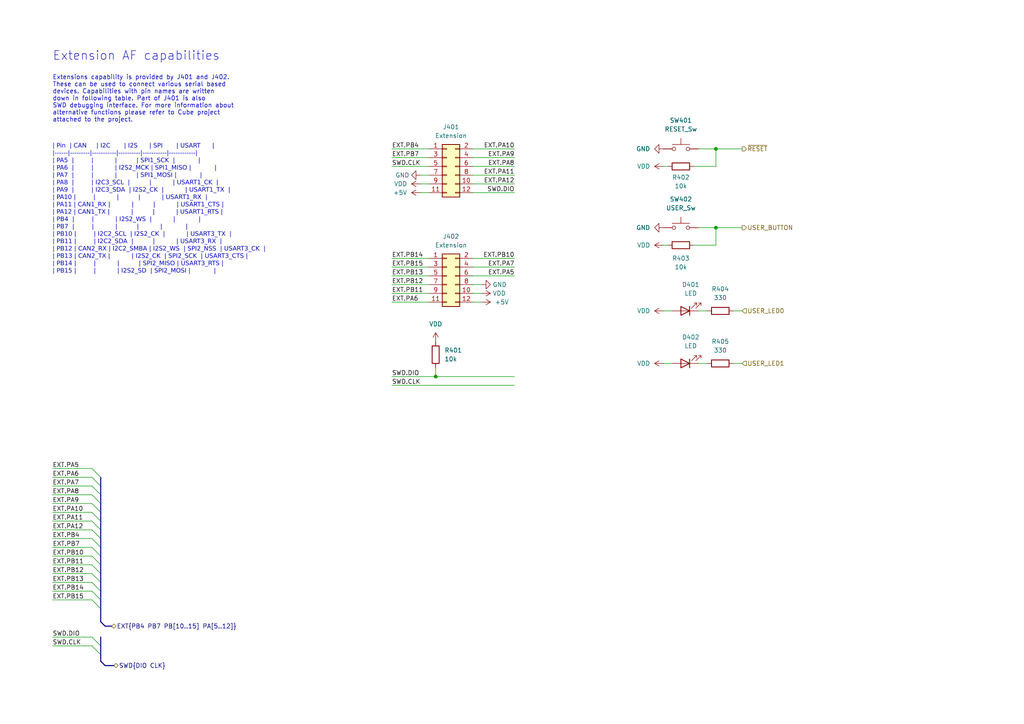
<source format=kicad_sch>
(kicad_sch (version 20231120) (generator "eeschema") (generator_version "8.0")
  (paper "A4")
  (title_block (title "STLinux") (date "2024-08-10") (rev "1.1"))
  (lib_symbols
    (symbol "Connector_Generic:Conn_02x06_Odd_Even" (pin_names (offset 1.016) hide)
      (property "Reference" "J" (at 1.27 7.62 0))
      (property "Value" "Conn_02x06_Odd_Even" (at 1.27 -10.16 0))
      (symbol "Conn_02x06_Odd_Even_1_1"
        (rectangle (start -1.27 -7.493) (end 0 -7.747) (stroke (width 0.1524)))
        (rectangle (start -1.27 -4.953) (end 0 -5.207) (stroke (width 0.1524)))
        (rectangle (start -1.27 -2.413) (end 0 -2.667) (stroke (width 0.1524)))
        (rectangle (start -1.27 0.127) (end 0 -0.127) (stroke (width 0.1524)))
        (rectangle (start -1.27 2.667) (end 0 2.413) (stroke (width 0.1524)))
        (rectangle (start -1.27 5.207) (end 0 4.953) (stroke (width 0.1524)))
        (rectangle (start -1.27 6.35) (end 3.81 -8.89) (stroke (width 0.254)) (fill (type background)))
        (rectangle (start 3.81 -7.493) (end 2.54 -7.747) (stroke (width 0.1524)))
        (rectangle (start 3.81 -4.953) (end 2.54 -5.207) (stroke (width 0.1524)))
        (rectangle (start 3.81 -2.413) (end 2.54 -2.667) (stroke (width 0.1524)))
        (rectangle (start 3.81 0.127) (end 2.54 -0.127) (stroke (width 0.1524)))
        (rectangle (start 3.81 2.667) (end 2.54 2.413) (stroke (width 0.1524)))
        (rectangle (start 3.81 5.207) (end 2.54 4.953) (stroke (width 0.1524)))
        (pin passive line (at -5.08 5.08 0) (length 3.81) (name "Pin_1") (number "1"))
        (pin passive line (at 7.62 -5.08 180) (length 3.81) (name "Pin_10") (number "10"))
        (pin passive line (at -5.08 -7.62 0) (length 3.81) (name "Pin_11") (number "11"))
        (pin passive line (at 7.62 -7.62 180) (length 3.81) (name "Pin_12") (number "12"))
        (pin passive line (at 7.62 5.08 180) (length 3.81) (name "Pin_2") (number "2"))
        (pin passive line (at -5.08 2.54 0) (length 3.81) (name "Pin_3") (number "3"))
        (pin passive line (at 7.62 2.54 180) (length 3.81) (name "Pin_4") (number "4"))
        (pin passive line (at -5.08 0 0) (length 3.81) (name "Pin_5") (number "5"))
        (pin passive line (at 7.62 0 180) (length 3.81) (name "Pin_6") (number "6"))
        (pin passive line (at -5.08 -2.54 0) (length 3.81) (name "Pin_7") (number "7"))
        (pin passive line (at 7.62 -2.54 180) (length 3.81) (name "Pin_8") (number "8"))
        (pin passive line (at -5.08 -5.08 0) (length 3.81) (name "Pin_9") (number "9"))
      )
    )
    (symbol "Device:LED" (pin_numbers hide) (pin_names (offset 1.016) hide)
      (property "Reference" "D" (at 0 2.54 0))
      (property "Value" "LED" (at 0 -2.54 0))
      (symbol "LED_0_1"
        (polyline (pts (xy -1.27 -1.27) (xy -1.27 1.27)) (stroke (width 0.254)))
        (polyline (pts (xy -1.27 0) (xy 1.27 0)))
        (polyline (pts (xy 1.27 -1.27) (xy 1.27 1.27) (xy -1.27 0) (xy 1.27 -1.27)) (stroke (width 0.254)))
        (polyline (pts (xy -3.048 -0.762) (xy -4.572 -2.286) (xy -3.81 -2.286) (xy -4.572 -2.286) (xy -4.572 -1.524)))
        (polyline (pts (xy -1.778 -0.762) (xy -3.302 -2.286) (xy -2.54 -2.286) (xy -3.302 -2.286) (xy -3.302 -1.524)))
      )
      (symbol "LED_1_1"
        (pin passive line (at -3.81 0 0) (length 2.54) (name "K") (number "1"))
        (pin passive line (at 3.81 0 180) (length 2.54) (name "A") (number "2"))
      )
    )
    (symbol "Device:R" (pin_numbers hide) (pin_names (offset 0))
      (property "Reference" "R" (at 2.032 0 90))
      (property "Value" "R" (at 0 0 90))
      (symbol "R_0_1"
        (rectangle (start -1.016 -2.54) (end 1.016 2.54) (stroke (width 0.254)))
      )
      (symbol "R_1_1"
        (pin passive line (at 0 3.81 270) (length 1.27) (name "~") (number "1"))
        (pin passive line (at 0 -3.81 90) (length 1.27) (name "~") (number "2"))
      )
    )
    (symbol "Switch:SW_Push" (pin_numbers hide) (pin_names (offset 1.016) hide)
      (property "Reference" "SW" (at 1.27 2.54 0))
      (property "Value" "SW_Push" (at 0 -1.524 0))
      (symbol "SW_Push_0_1"
        (circle (center -2.032 0) (radius 0.508))
        (polyline (pts (xy 0 1.27) (xy 0 3.048)))
        (polyline (pts (xy 2.54 1.27) (xy -2.54 1.27)))
        (circle (center 2.032 0) (radius 0.508))
        (pin passive line (at -5.08 0 0) (length 2.54) (name "1") (number "1"))
        (pin passive line (at 5.08 0 180) (length 2.54) (name "2") (number "2"))
      )
    )
    (symbol "power:+5V" (power) (pin_names (offset 0))
      (property "Value" "+5V" (at 0 3.556 0))
      (symbol "+5V_0_1"
        (polyline (pts (xy -0.762 1.27) (xy 0 2.54)))
        (polyline (pts (xy 0 0) (xy 0 2.54)))
        (polyline (pts (xy 0 2.54) (xy 0.762 1.27)))
      )
      (symbol "+5V_1_1"
        (pin power_in line (at 0 0 90) (length 0) hide (name "+5V") (number "1"))
      )
    )
    (symbol "power:GND" (power) (pin_names (offset 0))
      (property "Value" "GND" (at 0 -3.81 0))
      (symbol "GND_0_1"
        (polyline (pts (xy 0 0) (xy 0 -1.27) (xy 1.27 -1.27) (xy 0 -2.54) (xy -1.27 -1.27) (xy 0 -1.27)))
      )
      (symbol "GND_1_1"
        (pin power_in line (at 0 0 270) (length 0) hide (name "GND") (number "1"))
      )
    )
    (symbol "power:VDD" (power) (pin_names (offset 0))
      (property "Value" "VDD" (at 0 3.81 0))
      (symbol "VDD_0_1"
        (polyline (pts (xy -0.762 1.27) (xy 0 2.54)))
        (polyline (pts (xy 0 0) (xy 0 2.54)))
        (polyline (pts (xy 0 2.54) (xy 0.762 1.27)))
      )
      (symbol "VDD_1_1"
        (pin power_in line (at 0 0 90) (length 0) hide (name "VDD") (number "1"))
      )
    )
  )
  (junction (at 207.645 66.04))
  (junction (at 126.365 109.22))
  (junction (at 207.645 43.18))
  (bus_entry (at 26.67 140.97) (size 2.54 2.54))
  (bus_entry (at 26.67 135.89) (size 2.54 2.54))
  (bus_entry (at 26.67 187.325) (size 2.54 2.54))
  (bus_entry (at 26.67 146.05) (size 2.54 2.54))
  (bus_entry (at 29.21 161.29) (size -2.54 -2.54))
  (bus_entry (at 26.67 166.37) (size 2.54 2.54))
  (bus_entry (at 26.67 153.67) (size 2.54 2.54))
  (bus_entry (at 26.67 151.13) (size 2.54 2.54))
  (bus_entry (at 26.67 161.29) (size 2.54 2.54))
  (bus_entry (at 26.67 171.45) (size 2.54 2.54))
  (bus_entry (at 26.67 138.43) (size 2.54 2.54))
  (bus_entry (at 26.67 173.99) (size 2.54 2.54))
  (bus_entry (at 26.67 163.83) (size 2.54 2.54))
  (bus_entry (at 26.67 148.59) (size 2.54 2.54))
  (bus_entry (at 26.67 184.785) (size 2.54 2.54))
  (bus_entry (at 29.21 146.05) (size -2.54 -2.54))
  (bus_entry (at 26.67 168.91) (size 2.54 2.54))
  (bus_entry (at 29.21 158.75) (size -2.54 -2.54))
  (bus (pts (xy 29.21 168.91) (xy 29.21 171.45)))
  (bus (pts (xy 29.21 191.77) (xy 30.48 193.04)))
  (wire (pts (xy 212.725 90.17) (xy 215.265 90.17)))
  (bus (pts (xy 29.21 163.83) (xy 29.21 166.37)))
  (wire (pts (xy 113.665 87.63) (xy 124.46 87.63)))
  (bus (pts (xy 29.21 158.75) (xy 29.21 161.29)))
  (wire (pts (xy 192.405 71.12) (xy 193.675 71.12)))
  (wire (pts (xy 113.665 82.55) (xy 124.46 82.55)))
  (wire (pts (xy 202.565 90.17) (xy 205.105 90.17)))
  (wire (pts (xy 137.16 55.88) (xy 149.225 55.88)))
  (wire (pts (xy 126.365 109.22) (xy 149.225 109.22)))
  (wire (pts (xy 15.24 161.29) (xy 26.67 161.29)))
  (bus (pts (xy 30.48 181.61) (xy 32.385 181.61)))
  (wire (pts (xy 202.565 43.18) (xy 207.645 43.18)))
  (bus (pts (xy 29.21 153.67) (xy 29.21 156.21)))
  (wire (pts (xy 121.92 53.34) (xy 124.46 53.34)))
  (wire (pts (xy 113.665 85.09) (xy 124.46 85.09)))
  (wire (pts (xy 15.24 173.99) (xy 26.67 173.99)))
  (wire (pts (xy 202.565 105.41) (xy 205.105 105.41)))
  (wire (pts (xy 121.92 55.88) (xy 124.46 55.88)))
  (wire (pts (xy 121.92 50.8) (xy 124.46 50.8)))
  (wire (pts (xy 137.16 50.8) (xy 149.225 50.8)))
  (wire (pts (xy 15.24 184.785) (xy 26.67 184.785)))
  (bus (pts (xy 29.21 156.21) (xy 29.21 158.75)))
  (wire (pts (xy 137.16 85.09) (xy 139.7 85.09)))
  (wire (pts (xy 137.16 43.18) (xy 149.225 43.18)))
  (wire (pts (xy 113.665 111.76) (xy 149.225 111.76)))
  (wire (pts (xy 192.405 48.26) (xy 193.675 48.26)))
  (wire (pts (xy 15.24 171.45) (xy 26.67 171.45)))
  (wire (pts (xy 201.295 71.12) (xy 207.645 71.12)))
  (wire (pts (xy 126.365 106.68) (xy 126.365 109.22)))
  (wire (pts (xy 192.405 105.41) (xy 194.945 105.41)))
  (wire (pts (xy 15.24 148.59) (xy 26.67 148.59)))
  (bus (pts (xy 29.21 171.45) (xy 29.21 173.99)))
  (bus (pts (xy 29.21 146.05) (xy 29.21 148.59)))
  (bus (pts (xy 29.21 148.59) (xy 29.21 151.13)))
  (bus (pts (xy 29.21 140.97) (xy 29.21 143.51)))
  (wire (pts (xy 113.665 77.47) (xy 124.46 77.47)))
  (wire (pts (xy 15.24 135.89) (xy 26.67 135.89)))
  (wire (pts (xy 15.24 151.13) (xy 26.67 151.13)))
  (wire (pts (xy 15.24 143.51) (xy 26.67 143.51)))
  (bus (pts (xy 29.21 143.51) (xy 29.21 146.05)))
  (wire (pts (xy 113.665 45.72) (xy 124.46 45.72)))
  (wire (pts (xy 15.24 138.43) (xy 26.67 138.43)))
  (wire (pts (xy 113.665 80.01) (xy 124.46 80.01)))
  (wire (pts (xy 15.24 158.75) (xy 26.67 158.75)))
  (wire (pts (xy 137.16 48.26) (xy 149.225 48.26)))
  (wire (pts (xy 137.16 74.93) (xy 149.225 74.93)))
  (bus (pts (xy 29.21 151.13) (xy 29.21 153.67)))
  (bus (pts (xy 29.21 138.43) (xy 29.21 140.97)))
  (wire (pts (xy 113.665 48.26) (xy 124.46 48.26)))
  (wire (pts (xy 212.725 105.41) (xy 215.265 105.41)))
  (wire (pts (xy 137.16 45.72) (xy 149.225 45.72)))
  (bus (pts (xy 29.21 184.785) (xy 29.21 187.325)))
  (wire (pts (xy 15.24 187.325) (xy 26.67 187.325)))
  (wire (pts (xy 137.16 53.34) (xy 149.225 53.34)))
  (wire (pts (xy 192.405 90.17) (xy 194.945 90.17)))
  (bus (pts (xy 29.21 176.53) (xy 29.21 180.34)))
  (wire (pts (xy 137.16 82.55) (xy 139.7 82.55)))
  (wire (pts (xy 207.645 43.18) (xy 215.265 43.18)))
  (bus (pts (xy 30.48 193.04) (xy 33.02 193.04)))
  (wire (pts (xy 15.24 153.67) (xy 26.67 153.67)))
  (wire (pts (xy 15.24 146.05) (xy 26.67 146.05)))
  (wire (pts (xy 15.24 140.97) (xy 26.67 140.97)))
  (wire (pts (xy 113.665 109.22) (xy 126.365 109.22)))
  (bus (pts (xy 29.21 166.37) (xy 29.21 168.91)))
  (wire (pts (xy 207.645 66.04) (xy 215.265 66.04)))
  (wire (pts (xy 207.645 66.04) (xy 207.645 71.12)))
  (wire (pts (xy 207.645 43.18) (xy 207.645 48.26)))
  (wire (pts (xy 113.665 43.18) (xy 124.46 43.18)))
  (bus (pts (xy 29.21 189.865) (xy 29.21 191.77)))
  (wire (pts (xy 201.295 48.26) (xy 207.645 48.26)))
  (wire (pts (xy 137.16 80.01) (xy 149.225 80.01)))
  (wire (pts (xy 15.24 163.83) (xy 26.67 163.83)))
  (bus (pts (xy 29.21 161.29) (xy 29.21 163.83)))
  (wire (pts (xy 15.24 166.37) (xy 26.67 166.37)))
  (wire (pts (xy 202.565 66.04) (xy 207.645 66.04)))
  (wire (pts (xy 137.16 87.63) (xy 139.7 87.63)))
  (bus (pts (xy 29.21 180.34) (xy 30.48 181.61)))
  (wire (pts (xy 15.24 168.91) (xy 26.67 168.91)))
  (bus (pts (xy 29.21 187.325) (xy 29.21 189.865)))
  (bus (pts (xy 29.21 173.99) (xy 29.21 176.53)))
  (wire (pts (xy 15.24 156.21) (xy 26.67 156.21)))
  (wire (pts (xy 137.16 77.47) (xy 149.225 77.47)))
  (wire (pts (xy 113.665 74.93) (xy 124.46 74.93)))
  (text "| Pin  | CAN     | I2C       | I2S      | SPI       | USART      |\n|------|---------|-----------|----------|-----------|------------|\n| PA5  |         |           |          | SPI1_SCK  |            |\n| PA6  |         |           | I2S2_MCK | SPI1_MISO |            |\n| PA7  |         |           |          | SPI1_MOSI |            |\n| PA8  |         | I2C3_SCL  |          |           | USART1_CK  |\n| PA9  |         | I2C3_SDA  | I2S2_CK  |           | USART1_TX  |\n| PA10 |         |           |          |           | USART1_RX  |\n| PA11 | CAN1_RX |           |          |           | USART1_CTS |\n| PA12 | CAN1_TX |           |          |           | USART1_RTS |\n| PB4  |         |           | I2S2_WS  |           |            |\n| PB7  |         |           |          |           |            |\n| PB10 |         | I2C2_SCL  | I2S2_CK  |           | USART3_TX  |\n| PB11 |         | I2C2_SDA  |          |           | USART3_RX  |\n| PB12 | CAN2_RX | I2C2_SMBA | I2S2_WS  | SPI2_NSS  | USART3_CK  |\n| PB13 | CAN2_TX |           | I2S2_CK  | SPI2_SCK  | USART3_CTS |\n| PB14 |         |           |          | SPI2_MISO | USART3_RTS |\n| PB15 |         |           | I2S2_SD  | SPI2_MOSI |            |" (at 15.24 60.96 0) (effects (font (size 1.27 1.27)) (justify left)))
  (text "Extensions capability is provided by J401 and J402.\nThese can be used to connect various serial based \ndevices. Capabilities with pin names are written\ndown in following table. Part of J401 is also \nSWD debugging interface. For more information about \nalternative functions please refer to Cube project\nattached to the project." (at 15.24 35.56 0) (effects (font (size 1.27 1.27)) (justify left bottom)))
  (text "Extension AF capabilities" (at 15.24 17.78 0) (effects (font (size 2.54 2.54)) (justify left bottom)))
  (label "EXT.PA10" (at 149.225 43.18 180))
  (label "EXT.PB11" (at 113.665 85.09 0))
  (label "EXT.PA12" (at 15.24 153.67 0))
  (label "EXT.PB4" (at 15.24 156.21 0))
  (label "EXT.PA8" (at 15.24 143.51 0))
  (label "EXT.PA5" (at 149.225 80.01 180))
  (label "EXT.PB13" (at 113.665 80.01 0))
  (label "SWD.DIO" (at 15.24 184.785 0))
  (label "EXT.PA6" (at 15.24 138.43 0))
  (label "EXT.PA8" (at 149.225 48.26 180))
  (label "EXT.PB7" (at 113.665 45.72 0))
  (label "EXT.PB7" (at 15.2752 158.75 0))
  (label "EXT.PB11" (at 15.24 163.83 0))
  (label "EXT.PA11" (at 149.225 50.8 180))
  (label "SWD.DIO" (at 149.225 55.88 180))
  (label "EXT.PA7" (at 15.24 140.97 0))
  (label "EXT.PB12" (at 15.24 166.37 0))
  (label "EXT.PB15" (at 15.24 173.99 0))
  (label "EXT.PB13" (at 15.24 168.91 0))
  (label "EXT.PA5" (at 15.24 135.89 0))
  (label "SWD.CLK" (at 15.24 187.325 0))
  (label "SWD.DIO" (at 113.665 109.22 0))
  (label "EXT.PA11" (at 15.24 151.13 0))
  (label "EXT.PA7" (at 149.225 77.47 180))
  (label "EXT.PB14" (at 15.24 171.45 0))
  (label "EXT.PA9" (at 15.24 146.05 0))
  (label "EXT.PB14" (at 113.665 74.93 0))
  (label "EXT.PB10" (at 149.225 74.93 180))
  (label "EXT.PB4" (at 113.665 43.18 0))
  (label "SWD.CLK" (at 113.665 48.26 0))
  (label "EXT.PA9" (at 149.225 45.72 180))
  (label "SWD.CLK" (at 113.665 111.76 0))
  (label "EXT.PB12" (at 113.665 82.55 0))
  (label "EXT.PA12" (at 149.225 53.34 180))
  (label "EXT.PB10" (at 15.24 161.29 0))
  (label "EXT.PA6" (at 113.665 87.63 0))
  (label "EXT.PA10" (at 15.24 148.59 0))
  (label "EXT.PB15" (at 113.665 77.47 0))
  (hierarchical_label "USER_LED1" (shape input) (at 215.265 105.41 0))
  (hierarchical_label "USER_BUTTON" (shape output) (at 215.265 66.04 0))
  (hierarchical_label "EXT{PB4 PB7 PB[10..15] PA[5..12]}" (shape bidirectional) (at 32.385 181.61 0))
  (hierarchical_label "SWD{DIO CLK}" (shape bidirectional) (at 33.02 193.04 0))
  (hierarchical_label "USER_LED0" (shape input) (at 215.265 90.17 0))
  (hierarchical_label "~{RESET}" (shape output) (at 215.265 43.18 0))
  (symbol (lib_id "Switch:SW_Push") (at 197.485 43.18 0) (unit 1)
    (property "Reference" "SW401" (at 197.485 34.925 0))
    (property "Value" "RESET_Sw" (at 197.485 37.465 0))
    (property "Footprint" "Button_Switch_SMD:SW_Push_1P1T_NO_6x6mm_H9.5mm" (effects (hide yes)))
  )
  (symbol (lib_id "power:VDD") (at 192.405 90.17 90) (unit 1)
    (property "Reference" "#PWR0412" (effects (hide yes)))
    (property "Value" "VDD" (at 188.595 90.1699 90) (effects (justify left)))
  )
  (symbol (lib_id "Connector_Generic:Conn_02x06_Odd_Even") (at 129.54 48.26 0) (unit 1)
    (property "Reference" "J401" (at 130.81 36.83 0))
    (property "Value" "Extension" (at 130.81 39.37 0))
    (property "Footprint" "Connector_PinSocket_2.54mm:PinSocket_2x06_P2.54mm_Vertical_SMD" (effects (hide yes)))
  )
  (symbol (lib_id "power:VDD") (at 126.365 99.06 0) (unit 1)
    (property "Reference" "#PWR0401" (effects (hide yes)))
    (property "Value" "VDD" (at 126.365 93.98 0))
  )
  (symbol (lib_id "Device:LED") (at 198.755 90.17 180) (unit 1)
    (property "Reference" "D401" (at 200.3425 82.55 0))
    (property "Value" "LED" (at 200.3425 85.09 0))
    (property "Footprint" "LED_SMD:LED_1206_3216Metric_Pad1.42x1.75mm_HandSolder" (effects (hide yes)))
  )
  (symbol (lib_id "Device:R") (at 208.915 90.17 90) (unit 1)
    (property "Reference" "R404" (at 208.915 83.82 90))
    (property "Value" "330" (at 208.915 86.36 90))
    (property "Footprint" "Resistor_SMD:R_0603_1608Metric_Pad0.98x0.95mm_HandSolder" (effects (hide yes)))
  )
  (symbol (lib_id "Device:R") (at 197.485 48.26 90) (unit 1)
    (property "Reference" "R402" (at 197.485 51.435 90))
    (property "Value" "10k" (at 197.485 53.975 90))
    (property "Footprint" "Resistor_SMD:R_0603_1608Metric_Pad0.98x0.95mm_HandSolder" (effects (hide yes)))
  )
  (symbol (lib_id "power:+5V") (at 139.7 87.63 270) (unit 1)
    (property "Reference" "#PWR0407" (effects (hide yes)))
    (property "Value" "+5V" (at 143.51 87.6299 90) (effects (justify left)))
  )
  (symbol (lib_id "Switch:SW_Push") (at 197.485 66.04 0) (unit 1)
    (property "Reference" "SW402" (at 197.485 57.785 0))
    (property "Value" "USER_Sw" (at 197.485 60.325 0))
    (property "Footprint" "Button_Switch_SMD:SW_Push_1P1T_NO_6x6mm_H9.5mm" (effects (hide yes)))
  )
  (symbol (lib_id "power:VDD") (at 192.405 105.41 90) (unit 1)
    (property "Reference" "#PWR0413" (effects (hide yes)))
    (property "Value" "VDD" (at 188.595 105.4099 90) (effects (justify left)))
  )
  (symbol (lib_id "power:VDD") (at 139.7 85.09 270) (unit 1)
    (property "Reference" "#PWR0406" (effects (hide yes)))
    (property "Value" "VDD" (at 142.875 85.0899 90) (effects (justify left)))
  )
  (symbol (lib_id "Device:R") (at 197.485 71.12 90) (unit 1)
    (property "Reference" "R403" (at 197.485 74.93 90))
    (property "Value" "10k" (at 197.485 77.47 90))
    (property "Footprint" "Resistor_SMD:R_0603_1608Metric_Pad0.98x0.95mm_HandSolder" (effects (hide yes)))
  )
  (symbol (lib_id "Device:R") (at 208.915 105.41 90) (unit 1)
    (property "Reference" "R405" (at 208.915 99.06 90))
    (property "Value" "330" (at 208.915 101.6 90))
    (property "Footprint" "Resistor_SMD:R_0603_1608Metric_Pad0.98x0.95mm_HandSolder" (effects (hide yes)))
  )
  (symbol (lib_id "Device:LED") (at 198.755 105.41 180) (unit 1)
    (property "Reference" "D402" (at 200.3425 97.79 0))
    (property "Value" "LED" (at 200.3425 100.33 0))
    (property "Footprint" "LED_SMD:LED_1206_3216Metric_Pad1.42x1.75mm_HandSolder" (effects (hide yes)))
  )
  (symbol (lib_id "power:GND") (at 139.7 82.55 90) (unit 1)
    (property "Reference" "#PWR0405" (effects (hide yes)))
    (property "Value" "GND" (at 142.875 82.5499 90) (effects (justify right)))
  )
  (symbol (lib_id "Connector_Generic:Conn_02x06_Odd_Even") (at 129.54 80.01 0) (unit 1)
    (property "Reference" "J402" (at 130.81 68.58 0))
    (property "Value" "Extension" (at 130.81 71.12 0))
    (property "Footprint" "Connector_PinSocket_2.54mm:PinSocket_2x06_P2.54mm_Vertical_SMD" (effects (hide yes)))
  )
  (symbol (lib_id "power:GND") (at 192.405 43.18 270) (mirror x) (unit 1)
    (property "Reference" "#PWR0408" (effects (hide yes)))
    (property "Value" "GND" (at 188.595 43.1799 90) (effects (justify right)))
  )
  (symbol (lib_id "power:VDD") (at 192.405 48.26 90) (unit 1)
    (property "Reference" "#PWR0409" (effects (hide yes)))
    (property "Value" "VDD" (at 188.595 48.2599 90) (effects (justify left)))
  )
  (symbol (lib_id "power:GND") (at 192.405 66.04 270) (mirror x) (unit 1)
    (property "Reference" "#PWR0410" (effects (hide yes)))
    (property "Value" "GND" (at 188.595 66.0399 90) (effects (justify right)))
  )
  (symbol (lib_id "power:VDD") (at 192.405 71.12 90) (unit 1)
    (property "Reference" "#PWR0411" (effects (hide yes)))
    (property "Value" "VDD" (at 188.595 71.1199 90) (effects (justify left)))
  )
  (symbol (lib_id "power:VDD") (at 121.92 53.34 90) (unit 1)
    (property "Reference" "#PWR0403" (effects (hide yes)))
    (property "Value" "VDD" (at 118.11 53.3399 90) (effects (justify left)))
  )
  (symbol (lib_id "power:GND") (at 121.92 50.8 270) (unit 1)
    (property "Reference" "#PWR0402" (effects (hide yes)))
    (property "Value" "GND" (at 118.745 50.7999 90) (effects (justify right)))
  )
  (symbol (lib_id "Device:R") (at 126.365 102.87 180) (unit 1)
    (property "Reference" "R401" (at 128.905 101.5999 0) (effects (justify right)))
    (property "Value" "10k" (at 128.905 104.1399 0) (effects (justify right)))
    (property "Footprint" "Resistor_SMD:R_0603_1608Metric_Pad0.98x0.95mm_HandSolder" (effects (hide yes)))
  )
  (symbol (lib_id "power:+5V") (at 121.92 55.88 90) (unit 1)
    (property "Reference" "#PWR0404" (effects (hide yes)))
    (property "Value" "+5V" (at 118.11 55.8799 90) (effects (justify left)))
  )
)
</source>
